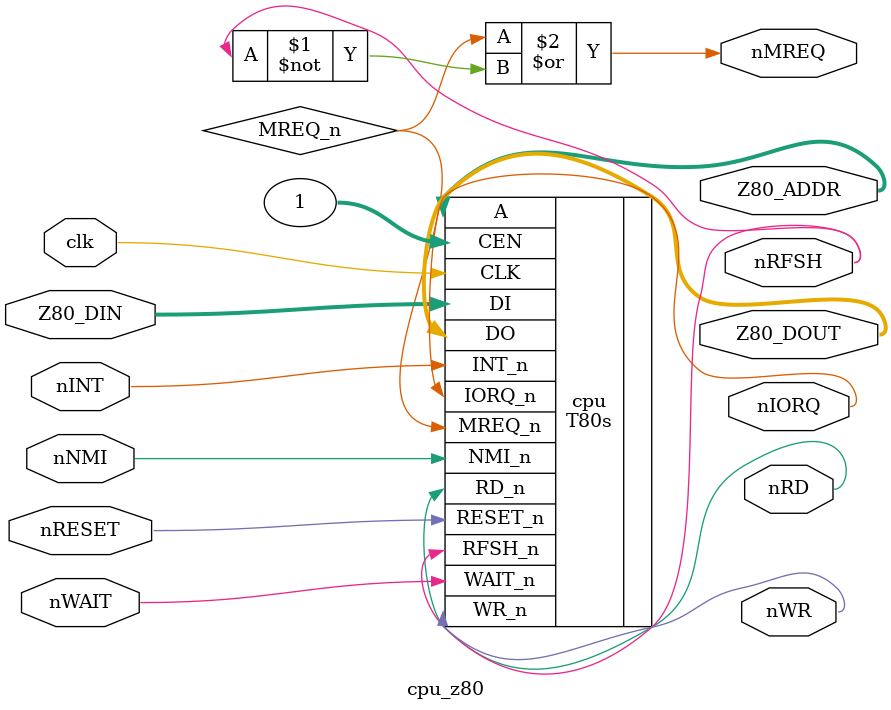
<source format=v>

module cpu_z80(
	input clk,
	input nRESET,
	input [7:0] Z80_DIN,
	output [7:0] Z80_DOUT,
	output [15:0] Z80_ADDR,
	output reg nIORQ,
	output nMREQ, nRFSH,
	output reg nRD, nWR,
	input nINT, nNMI, nWAIT
);

	wire RFSH_n, MREQ_n;
	assign nMREQ = MREQ_n | ~nRFSH;	// Still needed ?

	T80s cpu(
		.RESET_n(nRESET),
		.CLK(clk),
		.CEN(1),
		.WAIT_n(nWAIT),
		.INT_n(nINT),
		.NMI_n(nNMI),
		.MREQ_n(MREQ_n),
		.IORQ_n(nIORQ),
		.RD_n(nRD),
		.WR_n(nWR),
		.RFSH_n(nRFSH),
		.A(Z80_ADDR),
		.DI(Z80_DIN),
		.DO(Z80_DOUT)
	);

endmodule

</source>
